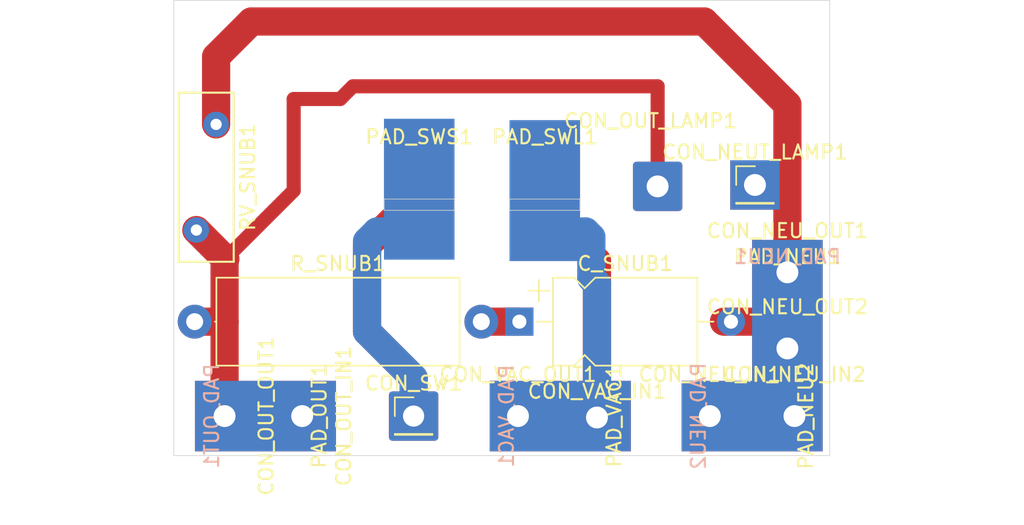
<source format=kicad_pcb>
(kicad_pcb (version 20240108) (generator "pcbnew") (generator_version "8.0")
  (layers (0 "F.Cu" signal) (31 "B.Cu" signal) (34 "B.Paste" user) (35 "F.Paste" user) (36 "B.SilkS" user "B.Silkscreen") (37 "F.SilkS" user "F.Silkscreen") (38 "B.Mask" user) (39 "F.Mask" user) (44 "Edge.Cuts" user))
  (net 0 "")
  (net 1 "NEUT")
  (net 2 "Net-(CON_OUT_IN1-Pin_1)")
  (net 3 "Net-(CON_SW1-Pin_1)")
  (net 4 "VAC")
  (net 5 "Net-(C_SNUB1-Pad1)")
  (footprint "Connector_Wire:SolderWirePad_1x01_SMD_5x10mm" (layer "F.Cu") (at 29.6 29.4 -90)
    (property "Reference" "PAD_NEU2" (at 0 -3.81 90) (layer "F.SilkS"))
    (property "Value" "Conn_01x01_Female")
    (pad "1" smd rect (at 0 0 270) (size 5 10) (layers "F.Cu" "F.Paste" "F.Mask") (net 1 "NEUT"))
  )
  (footprint "Connector_Wire:SolderWire-0.75sqmm_1x01_D1.25mm_OD3.5mm" (layer "F.Cu") (at 13 29.4)
    (property "Reference" "CON_VAC_OUT1" (at 0 -2.95 0) (layer "F.SilkS"))
    (property "Value" "Conn_01x01_Female")
    (pad "1" thru_hole roundrect (at 0 0) (size 3.5 3.5) (drill 1.55) (layers "*.Cu" "*.Mask") (roundrect_rratio 0.071429) (net 4 "VAC"))
  )
  (footprint "Connector_Wire:SolderWire-0.75sqmm_1x01_D1.25mm_OD3.5mm" (layer "F.Cu") (at 22.9 13.1)
    (property "Reference" "CON_OUT_LAMP1" (at -0.5 -4.65 0) (layer "F.SilkS"))
    (property "Value" "Conn_01x01_Female")
    (pad "1" thru_hole roundrect (at 0 0) (size 3.5 3.5) (drill 1.55) (layers "*.Cu" "*.Mask") (roundrect_rratio 0.071429) (net 2 "Net-(CON_OUT_IN1-Pin_1)"))
  )
  (footprint "Connector_PinHeader_2.54mm:PinHeader_1x01_P2.54mm_Vertical" (layer "F.Cu") (at 29.8 13)
    (property "Reference" "CON_NEUT_LAMP1" (at 0 -2.33 0) (layer "F.SilkS"))
    (property "Value" "Conn_01x01_Female")
    (fp_line (start -1.33 -1.33) (end 0 -1.33) (stroke (width 0.12)) (layer "F.SilkS"))
    (fp_line (start -1.33 0) (end -1.33 -1.33) (stroke (width 0.12)) (layer "F.SilkS"))
    (fp_line (start -1.33 1.27) (end -1.33 1.33) (stroke (width 0.12)) (layer "F.SilkS"))
    (fp_line (start -1.33 1.27) (end 1.33 1.27) (stroke (width 0.12)) (layer "F.SilkS"))
    (fp_line (start -1.33 1.33) (end 1.33 1.33) (stroke (width 0.12)) (layer "F.SilkS"))
    (fp_line (start 1.33 1.27) (end 1.33 1.33) (stroke (width 0.12)) (layer "F.SilkS"))
    (pad "1" thru_hole rect (at 0 0) (size 3.5 3.5) (drill 1.55) (layers "*.Cu" "*.Mask") (net 1 "NEUT"))
  )
  (footprint "Connector_Wire:SolderWirePad_1x01_SMD_5x10mm" (layer "F.Cu") (at 14.9 13.4)
    (property "Reference" "PAD_SWL1" (at 0 -3.81 0) (layer "F.SilkS"))
    (property "Value" "Conn_01x01_Female")
    (pad "1" smd rect (at 0 0) (size 5 8) (layers "F.Cu" "F.Paste" "F.Mask") (net 4 "VAC"))
  )
  (footprint "Connector_Wire:SolderWire-0.75sqmm_1x01_D1.25mm_OD3.5mm" (layer "F.Cu") (at 26.6 29.4)
    (property "Reference" "CON_NEU_IN1" (at 0 -2.95 0) (layer "F.SilkS"))
    (property "Value" "Conn_01x01_Female")
    (pad "1" thru_hole roundrect (at 0 0) (size 3.5 3.5) (drill 1.55) (layers "*.Cu" "*.Mask") (roundrect_rratio 0.071429) (net 1 "NEUT"))
  )
  (footprint "Connector_Wire:SolderWirePad_1x01_SMD_5x10mm" (layer "F.Cu") (at 32.1 21.9)
    (property "Reference" "PAD_NEU1" (at 0 -3.81 0) (layer "F.SilkS"))
    (property "Value" "Conn_01x01_Female")
    (pad "1" smd rect (at 0 0) (size 5 10) (layers "F.Cu" "F.Paste" "F.Mask") (net 1 "NEUT"))
  )
  (footprint "Connector_Wire:SolderWire-0.75sqmm_1x01_D1.25mm_OD3.5mm" (layer "F.Cu") (at 32.6 29.4)
    (property "Reference" "CON_NEU_IN2" (at 0 -2.95 0) (layer "F.SilkS"))
    (property "Value" "Conn_01x01_Female")
    (pad "1" thru_hole roundrect (at 0 0) (size 3.5 3.5) (drill 1.55) (layers "*.Cu" "*.Mask") (roundrect_rratio 0.071429) (net 1 "NEUT"))
  )
  (footprint "Connector_Wire:SolderWire-0.75sqmm_1x01_D1.25mm_OD3.5mm" (layer "F.Cu") (at -2.3 29.4 -90)
    (property "Reference" "CON_OUT_IN1" (at 0 -2.95 90) (layer "F.SilkS"))
    (property "Value" "Conn_01x01_Female")
    (pad "1" thru_hole roundrect (at 0 0 270) (size 3.5 3.5) (drill 1.55) (layers "*.Cu" "*.Mask") (roundrect_rratio 0.071429) (net 2 "Net-(CON_OUT_IN1-Pin_1)"))
  )
  (footprint "Connector_Wire:SolderWirePad_1x01_SMD_5x10mm" (layer "F.Cu") (at 16 29.4 -90)
    (property "Reference" "PAD_VAC1" (at 0 -3.81 90) (layer "F.SilkS"))
    (property "Value" "Conn_01x01_Female")
    (pad "1" smd rect (at 0 0 270) (size 5 10) (layers "F.Cu" "F.Paste" "F.Mask") (net 4 "VAC"))
  )
  (footprint "Connector_PinHeader_2.54mm:PinHeader_1x01_P2.54mm_Vertical" (layer "F.Cu") (at 5.6 29.4)
    (property "Reference" "CON_SW1" (at 0 -2.33 0) (layer "F.SilkS"))
    (property "Value" "Conn_01x01_Female")
    (fp_line (start -1.33 -1.33) (end 0 -1.33) (stroke (width 0.12)) (layer "F.SilkS"))
    (fp_line (start -1.33 0) (end -1.33 -1.33) (stroke (width 0.12)) (layer "F.SilkS"))
    (fp_line (start -1.33 1.27) (end -1.33 1.33) (stroke (width 0.12)) (layer "F.SilkS"))
    (fp_line (start -1.33 1.27) (end 1.33 1.27) (stroke (width 0.12)) (layer "F.SilkS"))
    (fp_line (start -1.33 1.33) (end 1.33 1.33) (stroke (width 0.12)) (layer "F.SilkS"))
    (fp_line (start 1.33 1.27) (end 1.33 1.33) (stroke (width 0.12)) (layer "F.SilkS"))
    (pad "1" thru_hole roundrect (at 0 0) (size 3.5 3.5) (drill 1.5) (layers "*.Cu" "*.Mask") (roundrect_rratio 0.07142857143) (net 3 "Net-(CON_SW1-Pin_1)"))
  )
  (footprint "Connector_Wire:SolderWire-0.75sqmm_1x01_D1.25mm_OD3.5mm" (layer "F.Cu") (at -7.8 29.4 -90)
    (property "Reference" "CON_OUT_OUT1" (at 0 -2.95 90) (layer "F.SilkS"))
    (property "Value" "Conn_01x01_Female")
    (pad "1" thru_hole roundrect (at 0 0 270) (size 3.5 3.5) (drill 1.55) (layers "*.Cu" "*.Mask") (roundrect_rratio 0.071429) (net 2 "Net-(CON_OUT_IN1-Pin_1)"))
  )
  (footprint "Connector_Wire:SolderWire-0.75sqmm_1x01_D1.25mm_OD3.5mm" (layer "F.Cu") (at 32.1 19.2)
    (property "Reference" "CON_NEU_OUT1" (at 0 -2.95 0) (layer "F.SilkS"))
    (property "Value" "Conn_01x01_Female")
    (pad "1" thru_hole roundrect (at 0 0) (size 3.5 3.5) (drill 1.55) (layers "*.Cu" "*.Mask") (roundrect_rratio 0.071429) (net 1 "NEUT"))
  )
  (footprint "Connector_Wire:SolderWirePad_1x01_SMD_5x10mm" (layer "F.Cu") (at 6 13.4)
    (property "Reference" "PAD_SWS1" (at 0 -3.81 0) (layer "F.SilkS"))
    (property "Value" "Conn_01x01_Female")
    (pad "1" smd rect (at 0 0) (size 5 8) (layers "F.Cu" "F.Paste" "F.Mask") (net 3 "Net-(CON_SW1-Pin_1)"))
  )
  (footprint "Varistor:RV_Disc_D12mm_W3.9mm_P7.5mm" (layer "F.Cu") (at -9.8 16.2 90)
    (property "Reference" "RV_SNUB1" (at 3.75 3.65 90) (layer "F.SilkS"))
    (property "Value" "Varistor")
    (fp_line (start 9.75 -1.25) (end 9.75 2.65) (stroke (width 0.15)) (layer "F.SilkS"))
    (fp_line (start -2.25 -1.25) (end 9.75 -1.25) (stroke (width 0.15)) (layer "F.SilkS"))
    (fp_line (start -2.25 -1.25) (end -2.25 2.65) (stroke (width 0.15)) (layer "F.SilkS"))
    (fp_line (start -2.25 2.65) (end 9.75 2.65) (stroke (width 0.15)) (layer "F.SilkS"))
    (pad "1" thru_hole circle (at 0 0 90) (size 1.8 1.8) (drill 0.8) (layers "*.Cu" "*.Mask") (net 2 "Net-(CON_OUT_IN1-Pin_1)"))
    (pad "2" thru_hole circle (at 7.5 1.4 90) (size 1.8 1.8) (drill 0.8) (layers "*.Cu" "*.Mask") (net 1 "NEUT"))
  )
  (footprint "Connector_Wire:SolderWire-0.75sqmm_1x01_D1.25mm_OD3.5mm" (layer "F.Cu") (at 18.6 29.5)
    (property "Reference" "CON_VAC_IN1" (at 0 -1.85 0) (layer "F.SilkS"))
    (property "Value" "Conn_01x01_Female")
    (pad "1" thru_hole roundrect (at 0 0) (size 3.5 3.5) (drill 1.55) (layers "*.Cu" "*.Mask") (roundrect_rratio 0.071429) (net 4 "VAC"))
  )
  (footprint "Connector_Wire:SolderWire-0.75sqmm_1x01_D1.25mm_OD3.5mm" (layer "F.Cu") (at 32.1 24.6)
    (property "Reference" "CON_NEU_OUT2" (at 0 -2.95 0) (layer "F.SilkS"))
    (property "Value" "Conn_01x01_Female")
    (pad "1" thru_hole roundrect (at 0 0) (size 3.5 3.5) (drill 1.55) (layers "*.Cu" "*.Mask") (roundrect_rratio 0.071429) (net 1 "NEUT"))
  )
  (footprint "Resistor_THT:R_Axial_DIN0617_L17.0mm_D6.0mm_P20.32mm_Horizontal" (layer "F.Cu") (at -9.92 22.7)
    (property "Reference" "R_SNUB1" (at 10.16 -4.12 0) (layer "F.SilkS"))
    (property "Value" "R")
    (fp_line (start 1.44 0) (end 1.54 0) (stroke (width 0.12)) (layer "F.SilkS"))
    (fp_line (start 1.54 -3.12) (end 1.54 3.12) (stroke (width 0.12)) (layer "F.SilkS"))
    (fp_line (start 1.54 3.12) (end 18.78 3.12) (stroke (width 0.12)) (layer "F.SilkS"))
    (fp_line (start 18.78 -3.12) (end 1.54 -3.12) (stroke (width 0.12)) (layer "F.SilkS"))
    (fp_line (start 18.78 3.12) (end 18.78 -3.12) (stroke (width 0.12)) (layer "F.SilkS"))
    (fp_line (start 18.88 0) (end 18.78 0) (stroke (width 0.12)) (layer "F.SilkS"))
    (pad "1" thru_hole circle (at 0 0) (size 2.4 2.4) (drill 1.2) (layers "*.Cu" "*.Mask") (net 2 "Net-(CON_OUT_IN1-Pin_1)"))
    (pad "2" thru_hole oval (at 20.32 0) (size 2.4 2.4) (drill 1.2) (layers "*.Cu" "*.Mask") (net 5 "Net-(C_SNUB1-Pad1)"))
  )
  (footprint "Capacitor_THT:CP_Axial_L10.0mm_D6.0mm_P15.00mm_Horizontal" (layer "F.Cu") (at 13.1 22.7)
    (property "Reference" "C_SNUB1" (at 7.5 -4.12 0) (layer "F.SilkS"))
    (property "Value" "C")
    (fp_line (start 0.63 -2.2) (end 2.13 -2.2) (stroke (width 0.12)) (layer "F.SilkS"))
    (fp_line (start 1.24 0) (end 2.38 0) (stroke (width 0.12)) (layer "F.SilkS"))
    (fp_line (start 1.38 -2.95) (end 1.38 -1.45) (stroke (width 0.12)) (layer "F.SilkS"))
    (fp_line (start 2.38 -3.12) (end 2.38 3.12) (stroke (width 0.12)) (layer "F.SilkS"))
    (fp_line (start 2.38 -3.12) (end 3.88 -3.12) (stroke (width 0.12)) (layer "F.SilkS"))
    (fp_line (start 2.38 3.12) (end 3.88 3.12) (stroke (width 0.12)) (layer "F.SilkS"))
    (fp_line (start 3.88 -3.12) (end 4.63 -2.37) (stroke (width 0.12)) (layer "F.SilkS"))
    (fp_line (start 3.88 3.12) (end 4.63 2.37) (stroke (width 0.12)) (layer "F.SilkS"))
    (fp_line (start 4.63 -2.37) (end 5.38 -3.12) (stroke (width 0.12)) (layer "F.SilkS"))
    (fp_line (start 4.63 2.37) (end 5.38 3.12) (stroke (width 0.12)) (layer "F.SilkS"))
    (fp_line (start 5.38 -3.12) (end 12.62 -3.12) (stroke (width 0.12)) (layer "F.SilkS"))
    (fp_line (start 5.38 3.12) (end 12.62 3.12) (stroke (width 0.12)) (layer "F.SilkS"))
    (fp_line (start 12.62 -3.12) (end 12.62 3.12) (stroke (width 0.12)) (layer "F.SilkS"))
    (fp_line (start 13.76 0) (end 12.62 0) (stroke (width 0.12)) (layer "F.SilkS"))
    (pad "1" thru_hole rect (at 0 0) (size 2 2) (drill 1) (layers "*.Cu" "*.Mask") (net 5 "Net-(C_SNUB1-Pad1)"))
    (pad "2" thru_hole oval (at 15 0) (size 2 2) (drill 1) (layers "*.Cu" "*.Mask") (net 1 "NEUT"))
  )
  (footprint "Connector_Wire:SolderWirePad_1x01_SMD_5x10mm" (layer "F.Cu") (at -4.9 29.4 -90)
    (property "Reference" "PAD_OUT1" (at 0 -3.81 90) (layer "F.SilkS"))
    (property "Value" "Conn_01x01_Female")
    (pad "1" smd rect (at 0 0 270) (size 5 10) (layers "F.Cu" "F.Paste" "F.Mask") (net 2 "Net-(CON_OUT_IN1-Pin_1)"))
  )
  (footprint "Connector_Wire:SolderWirePad_1x01_SMD_5x10mm" (layer "B.Cu") (at 16 29.4 -90)
    (property "Reference" "PAD_VAC1" (at 0 3.81 90) (layer "B.SilkS") (effects (justify mirror)))
    (property "Value" "Conn_01x01_Female")
    (pad "1" smd rect (at 0 0 270) (size 5 10) (layers "B.Cu" "B.Paste" "B.Mask"))
  )
  (footprint "" (layer "B.Cu") (at 6 13.3 180)
    (property "Reference" "" (at 0 0 0) (layer "B.SilkS") (effects (font (size 1.27 1.27)) (justify mirror)))
    (property "Value" "")
    (pad "1" smd rect (at 0 0 180) (size 5 10) (layers "B.Cu" "B.Paste" "B.Mask") (net 3 "Net-(CON_SW1-Pin_1)"))
  )
  (footprint "Connector_Wire:SolderWirePad_1x01_SMD_5x10mm" (layer "B.Cu") (at 29.6 29.4 -90)
    (property "Reference" "PAD_NEU2" (at 0 3.81 90) (layer "B.SilkS") (effects (justify mirror)))
    (property "Value" "Conn_01x01_Female")
    (pad "1" smd rect (at 0 0 270) (size 5 10) (layers "B.Cu" "B.Paste" "B.Mask"))
  )
  (footprint "Connector_Wire:SolderWirePad_1x01_SMD_5x10mm" (layer "B.Cu") (at -4.9 29.4 -90)
    (property "Reference" "PAD_OUT1" (at 0 3.81 90) (layer "B.SilkS") (effects (justify mirror)))
    (property "Value" "Conn_01x01_Female")
    (pad "1" smd rect (at 0 0 270) (size 5 10) (layers "B.Cu" "B.Paste" "B.Mask"))
  )
  (footprint "Connector_Wire:SolderWirePad_1x01_SMD_5x10mm" (layer "B.Cu") (at 32.1 21.9 180)
    (property "Reference" "PAD_NEU1" (at 0 3.81 0) (layer "B.SilkS") (effects (justify mirror)))
    (property "Value" "Conn_01x01_Female")
    (pad "1" smd rect (at 0 0 180) (size 5 10) (layers "B.Cu" "B.Paste" "B.Mask"))
  )
  (footprint "" (layer "B.Cu") (at 14.9 13.4 180)
    (property "Reference" "" (at 0 0 0) (layer "B.SilkS") (effects (font (size 1.27 1.27)) (justify mirror)))
    (property "Value" "")
    (pad "1" smd rect (at 0 0 180) (size 5 10) (layers "B.Cu" "B.Paste" "B.Mask") (net 4 "VAC"))
  )
  (gr_rect (start 3.5 14) (end 8.5 14.8) (stroke (width 0.05)) (fill none) (layer "Edge.Cuts"))
  (gr_rect (start 12.4 14) (end 17.4 14.8) (stroke (width 0.05)) (fill none) (layer "Edge.Cuts"))
  (gr_rect (start -11.4 -0.1) (end 35.1 32.2) (stroke (width 0.05)) (fill none) (layer "Edge.Cuts"))
  (segment (start 32.1 12.9) (end 32.1 21.9) (width 2) (layer "F.Cu") (net 1))
  (segment (start 27.6 22.7) (end 31.3 22.7) (width 2) (layer "F.Cu") (net 1))
  (segment (start -8.4 8.7) (end -8.4 3.9) (width 2) (layer "F.Cu") (net 1))
  (segment (start 29.3 13) (end 32 13) (width 2) (layer "F.Cu") (net 1))
  (segment (start -5.9 1.4) (end 26.2 1.4) (width 2) (layer "F.Cu") (net 1))
  (segment (start 29.8 13) (end 32 13) (width 2) (layer "F.Cu") (net 1))
  (segment (start 32 13) (end 32.1 12.9) (width 2) (layer "F.Cu") (net 1))
  (segment (start 32.1 7.3) (end 32.1 12.9) (width 2) (layer "F.Cu") (net 1))
  (segment (start 26.2 1.4) (end 32.1 7.3) (width 2) (layer "F.Cu") (net 1))
  (segment (start -8.4 3.9) (end -5.9 1.4) (width 2) (layer "F.Cu") (net 1))
  (segment (start 31.3 22.7) (end 32.1 21.9) (width 2) (layer "F.Cu") (net 1))
  (segment (start -2.9 6.9) (end 0.4 6.9) (width 1) (layer "F.Cu") (net 2))
  (segment (start -2.9 13.4) (end -2.9 6.9) (width 1) (layer "F.Cu") (net 2))
  (segment (start 22.9 6) (end 22.9 13.1) (width 1) (layer "F.Cu") (net 2))
  (segment (start -7.8 18.25) (end -7.75 18.25) (width 2) (layer "F.Cu") (net 2))
  (segment (start -7.8 29.4) (end -7.8 22.7) (width 2) (layer "F.Cu") (net 2))
  (segment (start -9.8 16.2) (end -7.75 18.25) (width 2) (layer "F.Cu") (net 2))
  (segment (start -7.75 18.25) (end -2.9 13.4) (width 1) (layer "F.Cu") (net 2))
  (segment (start -7.8 22.7) (end -7.8 18.25) (width 2) (layer "F.Cu") (net 2))
  (segment (start -9.92 22.7) (end -7.8 22.7) (width 2) (layer "F.Cu") (net 2))
  (segment (start 1.3 6) (end 22.9 6) (width 1) (layer "F.Cu") (net 2))
  (segment (start 0.4 6.9) (end 1.3 6) (width 1) (layer "F.Cu") (net 2))
  (segment (start 2.3 23.4) (end 2.3 17.3) (width 2) (layer "F.Cu") (net 3))
  (segment (start 5.6 29.4) (end 5.6 26.7) (width 2) (layer "F.Cu") (net 3))
  (segment (start 5.6 26.7) (end 2.3 23.4) (width 2) (layer "F.Cu") (net 3))
  (segment (start 2.3 17.3) (end 6.2 13.4) (width 2) (layer "F.Cu") (net 3))
  (segment (start 5.6 29.4) (end 5.6 26.7) (width 2) (layer "B.Cu") (net 3))
  (segment (start 3 16.3) (end 6 16.3) (width 2) (layer "B.Cu") (net 3))
  (segment (start 5.6 26.7) (end 2.3 23.4) (width 2) (layer "B.Cu") (net 3))
  (segment (start 2.3 17) (end 3 16.3) (width 2) (layer "B.Cu") (net 3))
  (segment (start 2.3 23.4) (end 2.3 17) (width 2) (layer "B.Cu") (net 3))
  (segment (start 18.6 29.5) (end 18.6 18.4) (width 2) (layer "F.Cu") (net 4))
  (segment (start 14.8 14.6) (end 14.8 13.4) (width 2) (layer "F.Cu") (net 4))
  (segment (start 18.6 18.4) (end 14.8 14.6) (width 2) (layer "F.Cu") (net 4))
  (segment (start 18.2 16.7) (end 17.8 16.3) (width 2) (layer "B.Cu") (net 4))
  (segment (start 18.2 19.6) (end 18.2 16.7) (width 2) (layer "B.Cu") (net 4))
  (segment (start 17.8 16.3) (end 14.9 16.3) (width 2) (layer "B.Cu") (net 4))
  (segment (start 18.6 20) (end 18.2 19.6) (width 2) (layer "B.Cu") (net 4))
  (segment (start 18.6 29.5) (end 18.6 20) (width 2) (layer "B.Cu") (net 4))
  (segment (start 10.4 22.7) (end 13.1 22.7) (width 2) (layer "F.Cu") (net 5))
)
</source>
